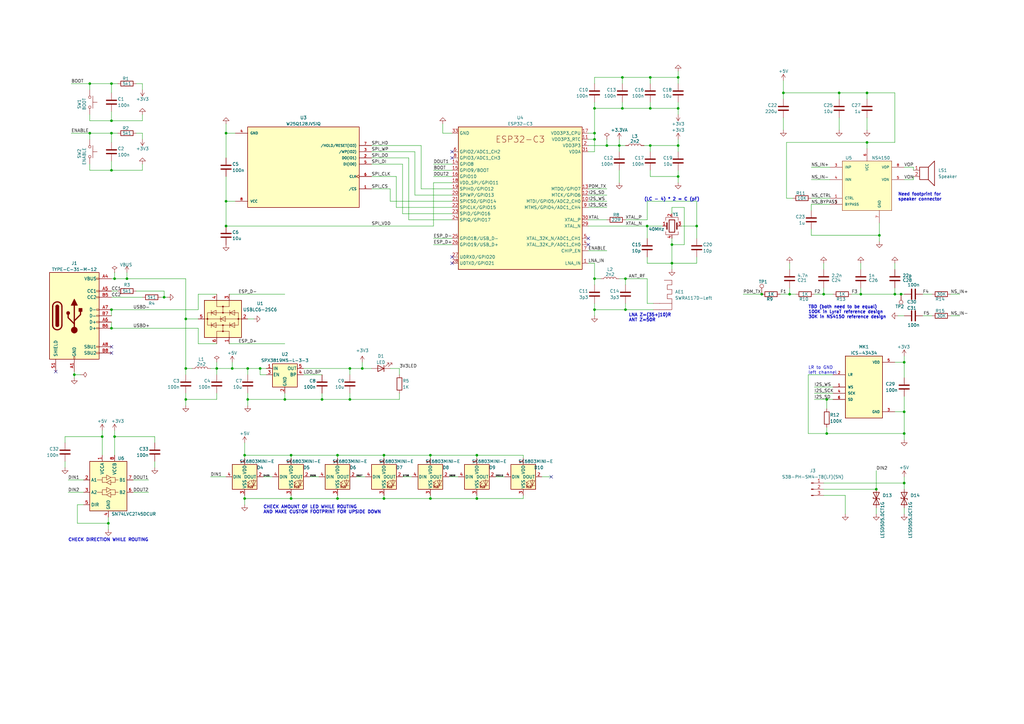
<source format=kicad_sch>
(kicad_sch (version 20231120) (generator "eeschema") (generator_version "8.0")
  (paper "A3")
  (title_block (title "Grogu Board") (date "2023-01-16") (rev "V1") (company "Malt Whiskey"))
  (junction (at 248.92 59.69))
  (junction (at 339.09 177.8))
  (junction (at 101.6 151.13))
  (junction (at 148.59 151.13))
  (junction (at 132.08 163.83))
  (junction (at 360.68 96.52))
  (junction (at 266.7 59.69))
  (junction (at 76.2 163.83))
  (junction (at 321.31 38.1))
  (junction (at 266.7 44.45))
  (junction (at 275.59 100.33))
  (junction (at 369.57 120.65))
  (junction (at 138.43 186.69))
  (junction (at 243.84 54.61))
  (junction (at 243.84 57.15))
  (junction (at 243.84 44.45))
  (junction (at 278.13 72.39))
  (junction (at 45.72 134.62))
  (junction (at 157.48 186.69))
  (junction (at 195.58 204.47))
  (junction (at 353.06 120.65))
  (junction (at 312.42 120.65))
  (junction (at 67.31 121.92))
  (junction (at 266.7 31.75))
  (junction (at 119.38 186.69))
  (junction (at 243.84 114.3))
  (junction (at 116.84 163.83))
  (junction (at 176.53 186.69))
  (junction (at 254 59.69))
  (junction (at 30.48 153.67))
  (junction (at 45.72 54.61))
  (junction (at 100.33 204.47))
  (junction (at 176.53 204.47))
  (junction (at 339.09 163.83))
  (junction (at 370.84 177.8))
  (junction (at 36.83 54.61))
  (junction (at 337.82 120.65))
  (junction (at 256.54 114.3))
  (junction (at 255.27 44.45))
  (junction (at 106.68 151.13))
  (junction (at 367.03 120.65))
  (junction (at 119.38 204.47))
  (junction (at 92.71 92.71))
  (junction (at 46.99 179.07))
  (junction (at 370.84 168.91))
  (junction (at 41.91 179.07))
  (junction (at 355.6 58.42))
  (junction (at 101.6 163.83))
  (junction (at 243.84 127))
  (junction (at 256.54 127))
  (junction (at 143.51 151.13))
  (junction (at 143.51 163.83))
  (junction (at 278.13 31.75))
  (junction (at 45.72 34.29))
  (junction (at 36.83 34.29))
  (junction (at 355.6 38.1))
  (junction (at 278.13 44.45))
  (junction (at 95.25 151.13))
  (junction (at 265.43 92.71))
  (junction (at 285.75 92.71))
  (junction (at 88.9 151.13))
  (junction (at 275.59 107.95))
  (junction (at 76.2 130.81))
  (junction (at 359.41 200.66))
  (junction (at 370.84 148.59))
  (junction (at 52.07 114.3))
  (junction (at 370.84 198.12))
  (junction (at 45.72 69.85))
  (junction (at 45.72 127))
  (junction (at 44.45 214.63))
  (junction (at 323.85 120.65))
  (junction (at 255.27 31.75))
  (junction (at 92.71 82.55))
  (junction (at 76.2 151.13))
  (junction (at 195.58 186.69))
  (junction (at 278.13 59.69))
  (junction (at 138.43 204.47))
  (junction (at 46.99 114.3))
  (junction (at 45.72 49.53))
  (junction (at 157.48 204.47))
  (junction (at 344.17 38.1))
  (junction (at 92.71 54.61))
  (junction (at 100.33 186.69))
  (no_connect (at 226.06 195.58))
  (no_connect (at 185.42 62.23))
  (no_connect (at 22.86 152.4))
  (no_connect (at 241.3 100.33))
  (no_connect (at 241.3 97.79))
  (no_connect (at 185.42 105.41))
  (no_connect (at 45.72 142.24))
  (no_connect (at 45.72 144.78))
  (no_connect (at 185.42 107.95))
  (no_connect (at 185.42 64.77))
  (wire (pts (xy 26.67 179.07) (xy 41.91 179.07)))
  (wire (pts (xy 58.42 34.29) (xy 58.42 36.83)))
  (wire (pts (xy 92.71 82.55) (xy 96.52 82.55)))
  (wire (pts (xy 81.28 140.97) (xy 81.28 134.62)))
  (wire (pts (xy 334.01 120.65) (xy 337.82 120.65)))
  (wire (pts (xy 124.46 153.67) (xy 132.08 153.67)))
  (wire (pts (xy 267.97 124.46) (xy 265.43 124.46)))
  (wire (pts (xy 241.3 85.09) (xy 248.92 85.09)))
  (wire (pts (xy 92.71 92.71) (xy 92.71 82.55)))
  (wire (pts (xy 119.38 186.69) (xy 138.43 186.69)))
  (wire (pts (xy 374.65 73.66) (xy 374.65 72.39)))
  (wire (pts (xy 88.9 140.97) (xy 81.28 140.97)))
  (wire (pts (xy 278.13 57.15) (xy 278.13 59.69)))
  (wire (pts (xy 54.61 196.85) (xy 60.96 196.85)))
  (wire (pts (xy 248.92 59.69) (xy 254 59.69)))
  (wire (pts (xy 344.17 38.1) (xy 355.6 38.1)))
  (wire (pts (xy 337.82 120.65) (xy 341.63 120.65)))
  (wire (pts (xy 243.84 114.3) (xy 246.38 114.3)))
  (wire (pts (xy 241.3 77.47) (xy 248.92 77.47)))
  (wire (pts (xy 177.8 97.79) (xy 185.42 97.79)))
  (wire (pts (xy 256.54 114.3) (xy 256.54 116.84)))
  (wire (pts (xy 214.63 187.96) (xy 214.63 186.69)))
  (wire (pts (xy 45.72 45.72) (xy 45.72 49.53)))
  (wire (pts (xy 167.64 64.77) (xy 167.64 90.17)))
  (wire (pts (xy 88.9 161.29) (xy 88.9 163.83)))
  (wire (pts (xy 88.9 151.13) (xy 95.25 151.13)))
  (wire (pts (xy 370.84 73.66) (xy 374.65 73.66)))
  (wire (pts (xy 389.89 120.65) (xy 393.7 120.65)))
  (wire (pts (xy 222.25 195.58) (xy 226.06 195.58)))
  (wire (pts (xy 339.09 175.26) (xy 339.09 177.8)))
  (wire (pts (xy 248.92 57.15) (xy 248.92 59.69)))
  (wire (pts (xy 45.72 132.08) (xy 45.72 134.62)))
  (wire (pts (xy 275.59 100.33) (xy 275.59 107.95)))
  (wire (pts (xy 107.95 195.58) (xy 111.76 195.58)))
  (wire (pts (xy 67.31 119.38) (xy 67.31 121.92)))
  (wire (pts (xy 337.82 110.49) (xy 337.82 107.95)))
  (wire (pts (xy 36.83 69.85) (xy 36.83 67.31)))
  (wire (pts (xy 195.58 203.2) (xy 195.58 204.47)))
  (wire (pts (xy 176.53 204.47) (xy 157.48 204.47)))
  (wire (pts (xy 143.51 151.13) (xy 143.51 153.67)))
  (wire (pts (xy 254 59.69) (xy 254 62.23)))
  (wire (pts (xy 355.6 48.26) (xy 355.6 53.34)))
  (wire (pts (xy 243.84 44.45) (xy 255.27 44.45)))
  (wire (pts (xy 86.36 195.58) (xy 92.71 195.58)))
  (wire (pts (xy 45.72 34.29) (xy 45.72 38.1)))
  (wire (pts (xy 58.42 46.99) (xy 58.42 49.53)))
  (wire (pts (xy 243.84 62.23) (xy 241.3 62.23)))
  (wire (pts (xy 58.42 49.53) (xy 45.72 49.53)))
  (wire (pts (xy 332.74 83.82) (xy 340.36 83.82)))
  (wire (pts (xy 76.2 130.81) (xy 76.2 151.13)))
  (wire (pts (xy 280.67 85.09) (xy 280.67 100.33)))
  (wire (pts (xy 152.4 67.31) (xy 165.1 67.31)))
  (wire (pts (xy 45.72 121.92) (xy 58.42 121.92)))
  (wire (pts (xy 331.47 177.8) (xy 339.09 177.8)))
  (wire (pts (xy 355.6 60.96) (xy 355.6 58.42)))
  (wire (pts (xy 36.83 49.53) (xy 36.83 46.99)))
  (wire (pts (xy 241.3 107.95) (xy 243.84 107.95)))
  (wire (pts (xy 46.99 179.07) (xy 46.99 186.69)))
  (wire (pts (xy 143.51 151.13) (xy 148.59 151.13)))
  (wire (pts (xy 101.6 151.13) (xy 106.68 151.13)))
  (wire (pts (xy 344.17 48.26) (xy 344.17 53.34)))
  (wire (pts (xy 92.71 54.61) (xy 96.52 54.61)))
  (wire (pts (xy 255.27 34.29) (xy 255.27 31.75)))
  (wire (pts (xy 334.01 163.83) (xy 339.09 163.83)))
  (wire (pts (xy 100.33 204.47) (xy 100.33 207.01)))
  (wire (pts (xy 256.54 114.3) (xy 265.43 114.3)))
  (wire (pts (xy 266.7 34.29) (xy 266.7 31.75)))
  (wire (pts (xy 165.1 195.58) (xy 168.91 195.58)))
  (wire (pts (xy 52.07 114.3) (xy 76.2 114.3)))
  (wire (pts (xy 45.72 34.29) (xy 48.26 34.29)))
  (wire (pts (xy 143.51 161.29) (xy 143.51 163.83)))
  (wire (pts (xy 138.43 186.69) (xy 157.48 186.69)))
  (wire (pts (xy 353.06 120.65) (xy 353.06 118.11)))
  (wire (pts (xy 266.7 72.39) (xy 278.13 72.39)))
  (wire (pts (xy 278.13 44.45) (xy 278.13 41.91)))
  (wire (pts (xy 266.7 69.85) (xy 266.7 72.39)))
  (wire (pts (xy 86.36 151.13) (xy 88.9 151.13)))
  (wire (pts (xy 322.58 58.42) (xy 322.58 81.28)))
  (wire (pts (xy 76.2 151.13) (xy 76.2 153.67)))
  (wire (pts (xy 243.84 107.95) (xy 243.84 114.3)))
  (wire (pts (xy 165.1 87.63) (xy 185.42 87.63)))
  (wire (pts (xy 243.84 44.45) (xy 243.84 54.61)))
  (wire (pts (xy 359.41 193.04) (xy 359.41 200.66)))
  (wire (pts (xy 177.8 92.71) (xy 92.71 92.71)))
  (wire (pts (xy 332.74 68.58) (xy 340.36 68.58)))
  (wire (pts (xy 241.3 82.55) (xy 248.92 82.55)))
  (wire (pts (xy 256.54 90.17) (xy 265.43 90.17)))
  (wire (pts (xy 76.2 163.83) (xy 88.9 163.83)))
  (wire (pts (xy 88.9 151.13) (xy 88.9 153.67)))
  (wire (pts (xy 152.4 62.23) (xy 170.18 62.23)))
  (wire (pts (xy 55.88 54.61) (xy 58.42 54.61)))
  (wire (pts (xy 243.84 57.15) (xy 243.84 62.23)))
  (wire (pts (xy 243.84 34.29) (xy 243.84 31.75)))
  (wire (pts (xy 63.5 189.23) (xy 63.5 191.77)))
  (wire (pts (xy 339.09 163.83) (xy 341.63 163.83)))
  (wire (pts (xy 157.48 186.69) (xy 176.53 186.69)))
  (wire (pts (xy 321.31 38.1) (xy 321.31 40.64)))
  (wire (pts (xy 389.89 129.54) (xy 393.7 129.54)))
  (wire (pts (xy 177.8 74.93) (xy 177.8 92.71)))
  (wire (pts (xy 241.3 57.15) (xy 243.84 57.15)))
  (wire (pts (xy 370.84 177.8) (xy 370.84 180.34)))
  (wire (pts (xy 31.75 207.01) (xy 31.75 214.63)))
  (wire (pts (xy 44.45 214.63) (xy 44.45 217.17)))
  (wire (pts (xy 374.65 68.58) (xy 374.65 69.85)))
  (wire (pts (xy 266.7 59.69) (xy 278.13 59.69)))
  (wire (pts (xy 323.85 110.49) (xy 323.85 107.95)))
  (wire (pts (xy 152.4 64.77) (xy 167.64 64.77)))
  (wire (pts (xy 355.6 38.1) (xy 367.03 38.1)))
  (wire (pts (xy 55.88 34.29) (xy 58.42 34.29)))
  (wire (pts (xy 359.41 208.28) (xy 359.41 210.82)))
  (wire (pts (xy 177.8 67.31) (xy 185.42 67.31)))
  (wire (pts (xy 152.4 77.47) (xy 160.02 77.47)))
  (wire (pts (xy 45.72 127) (xy 45.72 129.54)))
  (wire (pts (xy 76.2 163.83) (xy 76.2 166.37)))
  (wire (pts (xy 148.59 148.59) (xy 148.59 151.13)))
  (wire (pts (xy 109.22 153.67) (xy 106.68 153.67)))
  (wire (pts (xy 45.72 49.53) (xy 36.83 49.53)))
  (wire (pts (xy 119.38 203.2) (xy 119.38 204.47)))
  (wire (pts (xy 321.31 33.02) (xy 321.31 38.1)))
  (wire (pts (xy 256.54 127) (xy 267.97 127)))
  (wire (pts (xy 160.02 77.47) (xy 160.02 82.55)))
  (wire (pts (xy 243.84 54.61) (xy 243.84 57.15)))
  (wire (pts (xy 157.48 204.47) (xy 138.43 204.47)))
  (wire (pts (xy 367.03 120.65) (xy 369.57 120.65)))
  (wire (pts (xy 58.42 69.85) (xy 45.72 69.85)))
  (wire (pts (xy 101.6 161.29) (xy 101.6 163.83)))
  (wire (pts (xy 36.83 36.83) (xy 36.83 34.29)))
  (wire (pts (xy 95.25 151.13) (xy 101.6 151.13)))
  (wire (pts (xy 45.72 66.04) (xy 45.72 69.85)))
  (wire (pts (xy 321.31 48.26) (xy 321.31 53.34)))
  (wire (pts (xy 265.43 107.95) (xy 275.59 107.95)))
  (wire (pts (xy 320.04 120.65) (xy 323.85 120.65)))
  (wire (pts (xy 243.84 41.91) (xy 243.84 44.45)))
  (wire (pts (xy 353.06 110.49) (xy 353.06 107.95)))
  (wire (pts (xy 176.53 186.69) (xy 195.58 186.69)))
  (wire (pts (xy 370.84 148.59) (xy 370.84 154.94)))
  (wire (pts (xy 100.33 203.2) (xy 100.33 204.47)))
  (wire (pts (xy 93.98 120.65) (xy 116.84 120.65)))
  (wire (pts (xy 101.6 151.13) (xy 101.6 153.67)))
  (wire (pts (xy 322.58 81.28) (xy 325.12 81.28)))
  (wire (pts (xy 58.42 67.31) (xy 58.42 69.85)))
  (wire (pts (xy 46.99 111.76) (xy 46.99 114.3)))
  (wire (pts (xy 337.82 203.2) (xy 346.71 203.2)))
  (wire (pts (xy 254 59.69) (xy 256.54 59.69)))
  (wire (pts (xy 243.84 114.3) (xy 243.84 116.84)))
  (wire (pts (xy 339.09 163.83) (xy 339.09 167.64)))
  (wire (pts (xy 67.31 121.92) (xy 68.58 121.92)))
  (wire (pts (xy 243.84 124.46) (xy 243.84 127)))
  (wire (pts (xy 271.78 92.71) (xy 265.43 92.71)))
  (wire (pts (xy 278.13 46.99) (xy 278.13 44.45)))
  (wire (pts (xy 95.25 148.59) (xy 95.25 151.13)))
  (wire (pts (xy 264.16 59.69) (xy 266.7 59.69)))
  (wire (pts (xy 148.59 151.13) (xy 152.4 151.13)))
  (wire (pts (xy 81.28 120.65) (xy 81.28 127)))
  (wire (pts (xy 170.18 62.23) (xy 170.18 80.01)))
  (wire (pts (xy 266.7 44.45) (xy 266.7 41.91)))
  (wire (pts (xy 241.3 92.71) (xy 265.43 92.71)))
  (wire (pts (xy 254 57.15) (xy 254 59.69)))
  (wire (pts (xy 378.46 129.54) (xy 382.27 129.54)))
  (wire (pts (xy 76.2 161.29) (xy 76.2 163.83)))
  (wire (pts (xy 127 195.58) (xy 130.81 195.58)))
  (wire (pts (xy 55.88 119.38) (xy 67.31 119.38)))
  (wire (pts (xy 45.72 114.3) (xy 46.99 114.3)))
  (wire (pts (xy 176.53 203.2) (xy 176.53 204.47)))
  (wire (pts (xy 54.61 201.93) (xy 60.96 201.93)))
  (wire (pts (xy 241.3 90.17) (xy 248.92 90.17)))
  (wire (pts (xy 132.08 163.83) (xy 116.84 163.83)))
  (wire (pts (xy 167.64 90.17) (xy 185.42 90.17)))
  (wire (pts (xy 157.48 203.2) (xy 157.48 204.47)))
  (wire (pts (xy 181.61 54.61) (xy 185.42 54.61)))
  (wire (pts (xy 27.94 196.85) (xy 34.29 196.85)))
  (wire (pts (xy 100.33 186.69) (xy 119.38 186.69)))
  (wire (pts (xy 119.38 187.96) (xy 119.38 186.69)))
  (wire (pts (xy 360.68 91.44) (xy 360.68 96.52)))
  (wire (pts (xy 31.75 214.63) (xy 44.45 214.63)))
  (wire (pts (xy 344.17 40.64) (xy 344.17 38.1)))
  (wire (pts (xy 334.01 161.29) (xy 341.63 161.29)))
  (wire (pts (xy 138.43 203.2) (xy 138.43 204.47)))
  (wire (pts (xy 369.57 120.65) (xy 370.84 120.65)))
  (wire (pts (xy 45.72 119.38) (xy 48.26 119.38)))
  (wire (pts (xy 275.59 107.95) (xy 275.59 110.49)))
  (wire (pts (xy 278.13 31.75) (xy 278.13 34.29)))
  (wire (pts (xy 370.84 208.28) (xy 370.84 210.82)))
  (wire (pts (xy 255.27 44.45) (xy 266.7 44.45)))
  (wire (pts (xy 119.38 204.47) (xy 100.33 204.47)))
  (wire (pts (xy 45.72 134.62) (xy 81.28 134.62)))
  (wire (pts (xy 101.6 163.83) (xy 101.6 166.37)))
  (wire (pts (xy 106.68 151.13) (xy 109.22 151.13)))
  (wire (pts (xy 30.48 153.67) (xy 33.02 153.67)))
  (wire (pts (xy 367.03 58.42) (xy 355.6 58.42)))
  (wire (pts (xy 278.13 31.75) (xy 278.13 29.21)))
  (wire (pts (xy 304.8 120.65) (xy 312.42 120.65)))
  (wire (pts (xy 370.84 162.56) (xy 370.84 168.91)))
  (wire (pts (xy 66.04 121.92) (xy 67.31 121.92)))
  (wire (pts (xy 355.6 40.64) (xy 355.6 38.1)))
  (wire (pts (xy 203.2 195.58) (xy 207.01 195.58)))
  (wire (pts (xy 331.47 153.67) (xy 341.63 153.67)))
  (wire (pts (xy 337.82 120.65) (xy 337.82 118.11)))
  (wire (pts (xy 255.27 31.75) (xy 266.7 31.75)))
  (wire (pts (xy 63.5 179.07) (xy 63.5 181.61)))
  (wire (pts (xy 367.03 120.65) (xy 367.03 118.11)))
  (wire (pts (xy 323.85 120.65) (xy 326.39 120.65)))
  (wire (pts (xy 367.03 148.59) (xy 370.84 148.59)))
  (wire (pts (xy 279.4 92.71) (xy 285.75 92.71)))
  (wire (pts (xy 275.59 85.09) (xy 280.67 85.09)))
  (wire (pts (xy 243.84 31.75) (xy 255.27 31.75)))
  (wire (pts (xy 162.56 72.39) (xy 162.56 85.09)))
  (wire (pts (xy 132.08 161.29) (xy 132.08 163.83)))
  (wire (pts (xy 46.99 176.53) (xy 46.99 179.07)))
  (wire (pts (xy 367.03 110.49) (xy 367.03 107.95)))
  (wire (pts (xy 163.83 163.83) (xy 143.51 163.83)))
  (wire (pts (xy 266.7 59.69) (xy 266.7 62.23)))
  (wire (pts (xy 275.59 107.95) (xy 285.75 107.95)))
  (wire (pts (xy 265.43 90.17) (xy 265.43 82.55)))
  (wire (pts (xy 41.91 176.53) (xy 41.91 179.07)))
  (wire (pts (xy 278.13 72.39) (xy 278.13 69.85)))
  (wire (pts (xy 100.33 181.61) (xy 100.33 186.69)))
  (wire (pts (xy 266.7 31.75) (xy 278.13 31.75)))
  (wire (pts (xy 370.84 68.58) (xy 374.65 68.58)))
  (wire (pts (xy 349.25 120.65) (xy 353.06 120.65)))
  (wire (pts (xy 285.75 105.41) (xy 285.75 107.95)))
  (wire (pts (xy 332.74 83.82) (xy 332.74 86.36)))
  (wire (pts (xy 275.59 87.63) (xy 275.59 85.09)))
  (wire (pts (xy 138.43 204.47) (xy 119.38 204.47)))
  (wire (pts (xy 280.67 100.33) (xy 275.59 100.33)))
  (wire (pts (xy 370.84 146.05) (xy 370.84 148.59)))
  (wire (pts (xy 265.43 92.71) (xy 265.43 97.79)))
  (wire (pts (xy 170.18 80.01) (xy 185.42 80.01)))
  (wire (pts (xy 241.3 80.01) (xy 248.92 80.01)))
  (wire (pts (xy 275.59 100.33) (xy 275.59 97.79)))
  (wire (pts (xy 332.74 81.28) (xy 340.36 81.28)))
  (wire (pts (xy 124.46 151.13) (xy 143.51 151.13)))
  (wire (pts (xy 285.75 92.71) (xy 285.75 97.79)))
  (wire (pts (xy 88.9 120.65) (xy 81.28 120.65)))
  (wire (pts (xy 172.72 59.69) (xy 172.72 77.47)))
  (wire (pts (xy 45.72 127) (xy 81.28 127)))
  (wire (pts (xy 36.83 54.61) (xy 45.72 54.61)))
  (wire (pts (xy 367.03 168.91) (xy 370.84 168.91)))
  (wire (pts (xy 106.68 153.67) (xy 106.68 151.13)))
  (wire (pts (xy 45.72 54.61) (xy 45.72 58.42)))
  (wire (pts (xy 331.47 153.67) (xy 331.47 177.8)))
  (wire (pts (xy 285.75 82.55) (xy 285.75 92.71)))
  (wire (pts (xy 360.68 96.52) (xy 360.68 99.06)))
  (wire (pts (xy 92.71 50.8) (xy 92.71 54.61)))
  (wire (pts (xy 184.15 195.58) (xy 187.96 195.58)))
  (wire (pts (xy 30.48 152.4) (xy 30.48 153.67)))
  (wire (pts (xy 160.02 82.55) (xy 185.42 82.55)))
  (wire (pts (xy 265.43 82.55) (xy 285.75 82.55)))
  (wire (pts (xy 30.48 153.67) (xy 30.48 154.94)))
  (wire (pts (xy 332.74 96.52) (xy 360.68 96.52)))
  (wire (pts (xy 58.42 54.61) (xy 58.42 57.15)))
  (wire (pts (xy 195.58 186.69) (xy 214.63 186.69)))
  (wire (pts (xy 278.13 72.39) (xy 278.13 74.93)))
  (wire (pts (xy 185.42 74.93) (xy 177.8 74.93)))
  (wire (pts (xy 63.5 179.07) (xy 46.99 179.07)))
  (wire (pts (xy 26.67 181.61) (xy 26.67 179.07)))
  (wire (pts (xy 34.29 207.01) (xy 31.75 207.01)))
  (wire (pts (xy 162.56 85.09) (xy 185.42 85.09)))
  (wire (pts (xy 146.05 195.58) (xy 149.86 195.58)))
  (wire (pts (xy 367.03 38.1) (xy 367.03 58.42)))
  (wire (pts (xy 323.85 120.65) (xy 323.85 118.11)))
  (wire (pts (xy 76.2 114.3) (xy 76.2 130.81)))
  (wire (pts (xy 152.4 59.69) (xy 172.72 59.69)))
  (wire (pts (xy 163.83 161.29) (xy 163.83 163.83)))
  (wire (pts (xy 29.21 54.61) (xy 36.83 54.61)))
  (wire (pts (xy 265.43 124.46) (xy 265.43 114.3)))
  (wire (pts (xy 337.82 198.12) (xy 370.84 198.12)))
  (wire (pts (xy 29.21 34.29) (xy 36.83 34.29)))
  (wire (pts (xy 241.3 54.61) (xy 243.84 54.61)))
  (wire (pts (xy 27.94 201.93) (xy 34.29 201.93)))
  (wire (pts (xy 243.84 127) (xy 243.84 129.54)))
  (wire (pts (xy 92.71 72.39) (xy 92.71 82.55)))
  (wire (pts (xy 243.84 127) (xy 256.54 127)))
  (wire (pts (xy 26.67 189.23) (xy 26.67 191.77)))
  (wire (pts (xy 177.8 69.85) (xy 185.42 69.85)))
  (wire (pts (xy 254 69.85) (xy 254 74.93)))
  (wire (pts (xy 41.91 179.07) (xy 41.91 186.69)))
  (wire (pts (xy 46.99 114.3) (xy 52.07 114.3)))
  (wire (pts (xy 370.84 195.58) (xy 370.84 198.12)))
  (wire (pts (xy 370.84 200.66) (xy 370.84 198.12)))
  (wire (pts (xy 52.07 111.76) (xy 52.07 114.3)))
  (wire (pts (xy 181.61 50.8) (xy 181.61 54.61)))
  (wire (pts (xy 172.72 77.47) (xy 185.42 77.47)))
  (wire (pts (xy 265.43 105.41) (xy 265.43 107.95)))
  (wire (pts (xy 36.83 34.29) (xy 45.72 34.29)))
  (wire (pts (xy 321.31 38.1) (xy 344.17 38.1)))
  (wire (pts (xy 266.7 44.45) (xy 278.13 44.45)))
  (wire (pts (xy 165.1 67.31) (xy 165.1 87.63)))
  (wire (pts (xy 278.13 59.69) (xy 278.13 62.23)))
  (wire (pts (xy 177.8 100.33) (xy 185.42 100.33)))
  (wire (pts (xy 143.51 163.83) (xy 132.08 163.83)))
  (wire (pts (xy 36.83 57.15) (xy 36.83 54.61)))
  (wire (pts (xy 332.74 73.66) (xy 340.36 73.66)))
  (wire (pts (xy 256.54 124.46) (xy 256.54 127)))
  (wire (pts (xy 214.63 203.2) (xy 214.63 204.47)))
  (wire (pts (xy 214.63 204.47) (xy 195.58 204.47)))
  (wire (pts (xy 254 114.3) (xy 256.54 114.3)))
  (wire (pts (xy 45.72 54.61) (xy 48.26 54.61)))
  (wire (pts (xy 353.06 120.65) (xy 367.03 120.65)))
  (wire (pts (xy 241.3 59.69) (xy 248.92 59.69)))
  (wire (pts (xy 160.02 151.13) (xy 163.83 151.13)))
  (wire (pts (xy 93.98 140.97) (xy 116.84 140.97)))
  (wire (pts (xy 339.09 177.8) (xy 370.84 177.8)))
  (wire (pts (xy 138.43 187.96) (xy 138.43 186.69)))
  (wire (pts (xy 368.3 129.54) (xy 370.84 129.54)))
  (wire (pts (xy 88.9 148.59) (xy 88.9 151.13)))
  (wire (pts (xy 152.4 72.39) (xy 162.56 72.39)))
  (wire (pts (xy 337.82 200.66) (xy 359.41 200.66)))
  (wire (pts (xy 378.46 120.65) (xy 382.27 120.65)))
  (wire (pts (xy 157.48 187.96) (xy 157.48 186.69)))
  (wire (pts (xy 44.45 214.63) (xy 44.45 212.09)))
  (wire (pts (xy 92.71 54.61) (xy 92.71 64.77)))
  (wire (pts (xy 195.58 204.47) (xy 176.53 204.47)))
  (wire (pts (xy 45.72 69.85) (xy 36.83 69.85)))
  (wire (pts (xy 370.84 168.91) (xy 370.84 177.8)))
  (wire (pts (xy 101.6 130.81) (xy 104.14 130.81)))
  (wire (pts (xy 322.58 58.42) (xy 355.6 58.42)))
  (wire (pts (xy 116.84 161.29) (xy 116.84 163.83)))
  (wire (pts (xy 241.3 102.87) (xy 248.92 102.87)))
  (wire (pts (xy 76.2 130.81) (xy 81.28 130.81)))
  (wire (pts (xy 163.83 151.13) (xy 163.83 153.67)))
  (wire (pts (xy 76.2 151.13) (xy 78.74 151.13)))
  (wire (pts (xy 255.27 44.45) (xy 255.27 41.91)))
  (wire (pts (xy 346.71 203.2) (xy 346.71 210.82)))
  (wire (pts (xy 116.84 163.83) (xy 101.6 163.83)))
  (wire (pts (xy 177.8 72.39) (xy 185.42 72.39)))
  (wire (pts (xy 334.01 158.75) (xy 341.63 158.75)))
  (wire (pts (xy 176.53 187.96) (xy 176.53 186.69)))
  (wire (pts (xy 332.74 93.98) (xy 332.74 96.52)))
  (wire (pts (xy 100.33 186.69) (xy 100.33 187.96)))
  (wire (pts (xy 195.58 187.96) (xy 195.58 186.69)))
  (text "TBD (both need to be equal)\n100K in LyraT reference design\n30K in NS4150 reference design" (at 331.47 130.81 0) (effects (font (size 1.27 1.27) (thickness 0.254) (bold yes)) (justify left bottom)))
  (text "CHECK DIRECTION WHILE ROUTING\n" (at 27.94 222.25 0) (effects (font (size 1.27 1.27) (thickness 0.254) (bold yes)) (justify left bottom)))
  (text "(LC - 4) * 2 = C (pF)" (at 264.16 82.55 0) (effects (font (size 1.27 1.27) (thickness 0.254) (bold yes)) (justify left bottom)))
  (text "CHECK AMOUNT OF LED WHILE ROUTING\nAND MAKE CUSTOM FOOTPRINT FOR UPSIDE DOWN" (at 107.95 210.82 0) (effects (font (size 1.27 1.27) (bold yes)) (justify left bottom)))
  (text "Need footprint for\nspeaker connector" (at 368.3 82.55 0) (effects (font (size 1.27 1.27) (thickness 0.254) (bold yes)) (justify left bottom)))
  (text "LNA Z=(35+j10)R\nANT Z=50R" (at 257.81 132.08 0) (effects (font (size 1.27 1.27) (thickness 0.254) (bold yes)) (justify left bottom)))
  (text "LR to GND\nleft channel" (at 331.47 153.67 0) (effects (font (size 1.27 1.27)) (justify left bottom)))
  (label "CC2" (at 45.72 121.92 0))
  (label "VON" (at 370.84 73.66 0))
  (label "D4D5" (at 107.95 195.58 0) (effects (font (size 0.635 0.635))))
  (label "DOUT1" (at 177.8 67.31 0))
  (label "D6D7" (at 146.05 195.58 0) (effects (font (size 0.635 0.635))))
  (label "DOUT1" (at 54.61 196.85 0))
  (label "XTAL_N" (at 256.54 92.71 0))
  (label "I2S_WS" (at 334.01 158.75 0))
  (label "DIN1" (at 86.36 195.58 0))
  (label "ESP_D-" (at 177.8 97.79 0))
  (label "NS_IN-" (at 389.89 129.54 0))
  (label "USBD-" (at 54.61 127 0))
  (label "F5" (at 378.7299 129.54 0))
  (label "I2S_SD" (at 334.01 163.83 0))
  (label "CC1" (at 45.72 119.38 0))
  (label "ENABLE" (at 29.21 54.61 0))
  (label "USBD+" (at 54.61 134.62 0))
  (label "I2S_SCK" (at 241.3 85.09 0))
  (label "SPI_CS" (at 152.4 77.47 0))
  (label "ANT_RF" (at 257.81 114.3 0))
  (label "F4" (at 378.46 120.65 0))
  (label "SPI_WP" (at 152.4 62.23 0))
  (label "SPI_CLK" (at 152.4 72.39 0))
  (label "PDM_TX" (at 304.8 120.65 0))
  (label "D7D8" (at 165.1 195.58 0) (effects (font (size 0.635 0.635))))
  (label "XTAL_P" (at 256.54 90.17 0))
  (label "SPI_DI" (at 152.4 67.31 0))
  (label "D9D10" (at 203.2 195.58 0) (effects (font (size 0.635 0.635))))
  (label "ESP_D+" (at 97.79 140.97 0))
  (label "NS_BYPASS" (at 332.74 83.82 0))
  (label "NS_IN+" (at 332.74 68.58 0))
  (label "DOUT2" (at 177.8 72.39 0))
  (label "DOUT2" (at 54.61 201.93 0))
  (label "NS_IN+" (at 389.89 120.65 0))
  (label "NS_CTRL" (at 332.74 81.28 0))
  (label "D8D9" (at 184.15 195.58 0) (effects (font (size 0.635 0.635))))
  (label "VOP" (at 370.84 68.58 0))
  (label "ENABLE" (at 241.3 102.87 0))
  (label "ESP_D-" (at 97.79 120.65 0))
  (label "ESP_D+" (at 177.8 100.33 0))
  (label "I2S_SCK" (at 334.01 161.29 0))
  (label "SPI_DO" (at 152.4 64.77 0))
  (label "LDO_BP" (at 124.46 153.67 0))
  (label "D5D6" (at 127 195.58 0) (effects (font (size 0.635 0.635))))
  (label "F2" (at 334.01 120.65 0))
  (label "I2S_SD" (at 241.3 80.01 0))
  (label "DIN2" (at 359.41 193.04 0))
  (label "DIN1" (at 27.94 196.85 0))
  (label "BOOT" (at 29.21 34.29 0))
  (label "F3" (at 349.25 120.65 0))
  (label "NS_IN-" (at 332.74 73.66 0))
  (label "BOOT" (at 177.8 69.85 0))
  (label "SPI_HD" (at 152.4 59.69 0))
  (label "SPI_VDD" (at 152.4 92.71 0))
  (label "DIN2" (at 27.94 201.93 0))
  (label "PDM_TX" (at 241.3 77.47 0))
  (label "XTAL" (at 241.3 90.17 0))
  (label "LNA_IN" (at 241.3 107.95 0))
  (label "3V3LED" (at 163.83 151.13 0))
  (label "F1" (at 320.04 120.65 0))
  (label "I2S_WS" (at 241.3 82.55 0))
  (symbol (lib_id "power:+5V") (at 100.33 181.61 0) (unit 1)
    (property "Reference" "#PWR040" (effects (hide yes)))
    (property "Value" "+5V" (at 100.33 177.8 0))
  )
  (symbol (lib_id "Device:D_TVS") (at 370.84 204.47 270) (unit 1)
    (property "Reference" "D14" (at 373.38 203.1999 90) (effects (justify left)))
    (property "Value" "LESD5D5.0CT1G" (at 373.38 205.7399 0) (effects (justify left)))
    (property "Footprint" "Diode_SMD:D_SOD-523" (effects (hide yes)))
    (property "Datasheet" "https://www.lcsc.com/product-detail/ESD-Protection-Devices_LRC-LESD5D5-0CT1G_C383211.html" (effects (hide yes)))
    (property "PART#" "C383211" (effects (hide yes)))
    (property "SUPPLIER" "LCSC" (effects (hide yes)))
  )
  (symbol (lib_id "power:GND") (at 76.2 166.37 0) (mirror y) (unit 1)
    (property "Reference" "#PWR08" (effects (hide yes)))
    (property "Value" "GND" (effects (hide yes)))
  )
  (symbol (lib_id "power:GND") (at 275.59 110.49 0) (mirror y) (unit 1)
    (property "Reference" "#PWR018" (effects (hide yes)))
    (property "Value" "GND" (effects (hide yes)))
  )
  (symbol (lib_id "Connector:TestPoint") (at 369.57 120.65 180) (unit 1)
    (property "Reference" "TP2" (at 370.84 125.73 0) (effects (justify left)))
    (property "Value" "TestPoint" (effects (hide yes)))
    (property "Footprint" "TestPoint:TestPoint_Pad_1.5x1.5mm" (effects (hide yes)))
  )
  (symbol (lib_id "Device:C") (at 255.27 38.1 180) (unit 1)
    (property "Reference" "C13" (at 252.73 36.83 0) (effects (justify left)))
    (property "Value" "100n" (at 252.73 39.37 0) (effects (justify left)))
    (property "Footprint" "Capacitor_SMD:C_0402_1005Metric" (effects (hide yes)))
    (property "Datasheet" "https://www.lcsc.com/product-detail/Multilayer-Ceramic-Capacitors-MLCC-SMD-SMT_Samsung-Electro-Mechanics-CL05B104KO5NNNC_C1525.html" (effects (hide yes)))
    (property "PART#" "C1525" (effects (hide yes)))
    (property "SUPPLIER" "LCSC" (effects (hide yes)))
  )
  (symbol (lib_id "Device:C") (at 63.5 185.42 0) (mirror y) (unit 1)
    (property "Reference" "C33" (at 60.96 184.15 0) (effects (justify left)))
    (property "Value" "100n" (at 60.96 186.69 0) (effects (justify left)))
    (property "Footprint" "Capacitor_SMD:C_0402_1005Metric" (effects (hide yes)))
    (property "Datasheet" "https://www.lcsc.com/product-detail/Multilayer-Ceramic-Capacitors-MLCC-SMD-SMT_Samsung-Electro-Mechanics-CL05B104KO5NNNC_C1525.html" (effects (hide yes)))
    (property "PART#" "C1525" (effects (hide yes)))
    (property "SUPPLIER" "LCSC" (effects (hide yes)))
  )
  (symbol (lib_id "Device:C") (at 132.08 157.48 0) (mirror y) (unit 1)
    (property "Reference" "C8" (at 129.54 156.21 0) (effects (justify left)))
    (property "Value" "100n" (at 129.54 158.75 0) (effects (justify left)))
    (property "Footprint" "Capacitor_SMD:C_0402_1005Metric" (effects (hide yes)))
    (property "Datasheet" "https://www.lcsc.com/product-detail/Multilayer-Ceramic-Capacitors-MLCC-SMD-SMT_Samsung-Electro-Mechanics-CL05B104KO5NNNC_C1525.html" (effects (hide yes)))
    (property "PART#" "C1525" (effects (hide yes)))
    (property "SUPPLIER" "LCSC" (effects (hide yes)))
  )
  (symbol (lib_id "power:GND") (at 104.14 130.81 90) (unit 1)
    (property "Reference" "#PWR012" (effects (hide yes)))
    (property "Value" "GND" (effects (hide yes)))
  )
  (symbol (lib_id "power:+3V3") (at 278.13 57.15 0) (unit 1)
    (property "Reference" "#PWR021" (effects (hide yes)))
    (property "Value" "+3V3" (at 278.13 53.34 0))
  )
  (symbol (lib_id "power:+5V") (at 321.31 33.02 0) (unit 1)
    (property "Reference" "#PWR046" (effects (hide yes)))
    (property "Value" "+5V" (at 321.31 29.21 0))
  )
  (symbol (lib_id "Device:R") (at 252.73 90.17 90) (unit 1)
    (property "Reference" "R8" (at 252.73 88.138 90))
    (property "Value" "22R" (at 252.73 90.17 90))
    (property "Footprint" "Resistor_SMD:R_0402_1005Metric" (effects (hide yes)))
    (property "Datasheet" "https://www.lcsc.com/product-detail/Chip-Resistor-Surface-Mount_UNI-ROYAL-Uniroyal-Elec-0402WGF220JTCE_C25092.html" (effects (hide yes)))
    (property "SUPPLIER" "LCSC" (effects (hide yes)))
    (property "PART#" "C25092" (effects (hide yes)))
  )
  (symbol (lib_id "Device:C") (at 266.7 38.1 180) (unit 1)
    (property "Reference" "C16" (at 264.16 36.83 0) (effects (justify left)))
    (property "Value" "100n" (at 264.16 39.37 0) (effects (justify left)))
    (property "Footprint" "Capacitor_SMD:C_0402_1005Metric" (effects (hide yes)))
    (property "Datasheet" "https://www.lcsc.com/product-detail/Multilayer-Ceramic-Capacitors-MLCC-SMD-SMT_Samsung-Electro-Mechanics-CL05B104KO5NNNC_C1525.html" (effects (hide yes)))
    (property "PART#" "C1525" (effects (hide yes)))
    (property "SUPPLIER" "LCSC" (effects (hide yes)))
  )
  (symbol (lib_id "Device:R") (at 339.09 171.45 0) (unit 1)
    (property "Reference" "R12" (at 340.36 170.18 0) (effects (justify left)))
    (property "Value" "100K" (at 340.36 172.72 0) (effects (justify left)))
    (property "Footprint" "Resistor_SMD:R_0402_1005Metric" (effects (hide yes)))
    (property "Datasheet" "https://www.lcsc.com/product-detail/Chip-Resistor-Surface-Mount_UNI-ROYAL-Uniroyal-Elec-0402WGF1001TCE_C11702.html" (effects (hide yes)))
    (property "SUPPLIER" "LCSC" (effects (hide yes)))
    (property "PART#" "C11702" (effects (hide yes)))
  )
  (symbol (lib_id "Device:LED") (at 156.21 151.13 180) (unit 1)
    (property "Reference" "D1" (at 156.21 146.05 0))
    (property "Value" "LED" (at 156.21 148.59 0))
    (property "Footprint" "LED_SMD:LED_0805_2012Metric" (effects (hide yes)))
    (property "Datasheet" "https://www.lcsc.com/product-detail/Light-Emitting-Diodes-LED_Foshan-NationStar-Optoelectronics-NCD0805G1_C84260.html" (effects (hide yes)))
    (property "PART#" "C84260" (effects (hide yes)))
    (property "SUPPLIER" "LCSC" (effects (hide yes)))
  )
  (symbol (lib_id "power:GND") (at 323.85 107.95 0) (mirror x) (unit 1)
    (property "Reference" "#PWR023" (effects (hide yes)))
    (property "Value" "GND" (effects (hide yes)))
  )
  (symbol (lib_id "Device:R") (at 52.07 119.38 90) (unit 1)
    (property "Reference" "R3" (at 52.07 116.84 90))
    (property "Value" "5k1" (at 52.07 119.38 90))
    (property "Footprint" "Resistor_SMD:R_0402_1005Metric" (effects (hide yes)))
    (property "Datasheet" "https://www.lcsc.com/product-detail/Chip-Resistor-Surface-Mount_YAGEO-RC0402JR-075K1L_C105873.html" (effects (hide yes)))
    (property "SUPPLIER" "LCSC" (effects (hide yes)))
    (property "PART#" "C105873" (effects (hide yes)))
  )
  (symbol (lib_id "Device:D_TVS") (at 359.41 204.47 270) (unit 1)
    (property "Reference" "D13" (at 361.95 203.1999 90) (effects (justify left)))
    (property "Value" "LESD5D5.0CT1G" (at 361.95 205.7399 0) (effects (justify left)))
    (property "Footprint" "Diode_SMD:D_SOD-523" (effects (hide yes)))
    (property "Datasheet" "https://www.lcsc.com/product-detail/ESD-Protection-Devices_LRC-LESD5D5-0CT1G_C383211.html" (effects (hide yes)))
    (property "PART#" "C383211" (effects (hide yes)))
    (property "SUPPLIER" "LCSC" (effects (hide yes)))
  )
  (symbol (lib_id "Device:C") (at 353.06 114.3 0) (mirror y) (unit 1)
    (property "Reference" "C26" (at 356.235 114.935 0) (effects (justify right)))
    (property "Value" "1n" (at 356.235 113.03 0) (effects (justify right)))
    (property "Footprint" "Capacitor_SMD:C_0402_1005Metric" (effects (hide yes)))
    (property "Datasheet" "https://www.lcsc.com/product-detail/Multilayer-Ceramic-Capacitors-MLCC-SMD-SMT_YAGEO-CC0402KRX7R9BB102_C106205.html" (effects (hide yes)))
    (property "SUPPLIER" "LCSC" (effects (hide yes)))
    (property "PART#" "C106205" (effects (hide yes)))
  )
  (symbol (lib_id "LED:WS2812B") (at 195.58 195.58 0) (unit 1)
    (property "Reference" "D9" (at 201.93 191.77 0))
    (property "Value" "SK6803MINI-E" (at 200.66 189.23 0))
    (property "Footprint" "LED_SMD:LED_SK6812MINI_PLCC4_3.5x3.5mm_P1.75mm" (effects (hide yes)))
    (property "Datasheet" "http://www.normandled.com/upload/202207/SK6803MINI-E%20LED%20Datasheet.pdf" (effects (hide yes)))
    (property "SUPPLIER" "AliExpress" (effects (hide yes)))
    (property "PART#" "SK6803MINI-E" (effects (hide yes)))
  )
  (symbol (lib_id "Regulator_Linear:SPX3819M5-L-3-3") (at 116.84 153.67 0) (unit 1)
    (property "Reference" "U2" (at 116.84 145.288 0))
    (property "Value" "SPX3819M5-L-3-3" (at 116.84 147.828 0))
    (property "Footprint" "Package_TO_SOT_SMD:SOT-23-5" (effects (hide yes)))
    (property "Datasheet" "https://www.lcsc.com/product-detail/Linear-Voltage-Regulators-LDO_MaxLinear-SPX3819M5-L-3-3-TR_C9055.html" (effects (hide yes)))
    (property "PART#" "C9055" (effects (hide yes)))
    (property "SUPPLIER" "LCSC" (effects (hide yes)))
  )
  (symbol (lib_id "power:GND") (at 58.42 46.99 180) (unit 1)
    (property "Reference" "#PWR04" (effects (hide yes)))
    (property "Value" "GND" (effects (hide yes)))
  )
  (symbol (lib_id "power:GND") (at 26.67 191.77 0) (unit 1)
    (property "Reference" "#PWR035" (effects (hide yes)))
    (property "Value" "GND" (effects (hide yes)))
  )
  (symbol (lib_id "Device:C") (at 332.74 90.17 180) (unit 1)
    (property "Reference" "C23" (at 330.2 88.9 0) (effects (justify left)))
    (property "Value" "1u" (at 330.2 91.44 0) (effects (justify left)))
    (property "Footprint" "Capacitor_SMD:C_0805_2012Metric" (effects (hide yes)))
    (property "Datasheet" "https://jlcpcb.com/partdetail/29074-CL21B105KBFNNNE/C28323" (effects (hide yes)))
    (property "PART#" "C15849" (effects (hide yes)))
    (property "SUPPLIER" "LCSC" (effects (hide yes)))
  )
  (symbol (lib_id "Device:L") (at 82.55 151.13 90) (unit 1)
    (property "Reference" "L1" (at 82.55 147.32 90))
    (property "Value" "2n2" (at 82.55 149.352 90))
    (property "Footprint" "Inductor_SMD:L_0402_1005Metric" (effects (hide yes)))
    (property "Datasheet" "https://www.lcsc.com/product-detail/Inductors-SMD_Murata-Electronics-LQW15AN2N2G80D_C412264.html" (effects (hide yes)))
    (property "SUPPLIER" "LCSC" (effects (hide yes)))
    (property "PART#" "C412264" (effects (hide yes)))
  )
  (symbol (lib_id "LED:WS2812B") (at 100.33 195.58 0) (unit 1)
    (property "Reference" "D4" (at 106.68 191.77 0))
    (property "Value" "SK6803MINI-E" (at 105.41 189.23 0))
    (property "Footprint" "LED_SMD:LED_SK6812MINI_PLCC4_3.5x3.5mm_P1.75mm" (effects (hide yes)))
    (property "Datasheet" "http://www.normandled.com/upload/202207/SK6803MINI-E%20LED%20Datasheet.pdf" (effects (hide yes)))
    (property "SUPPLIER" "AliExpress" (effects (hide yes)))
    (property "PART#" "SK6803MINI-E" (effects (hide yes)))
  )
  (symbol (lib_id "power:+5V") (at 95.25 148.59 0) (unit 1)
    (property "Reference" "#PWR038" (effects (hide yes)))
    (property "Value" "+5V" (at 95.25 144.78 0))
  )
  (symbol (lib_id "power:PWR_FLAG") (at 88.9 148.59 0) (unit 1)
    (property "Reference" "#FLG03" (effects (hide yes)))
    (property "Value" "PWR_FLAG" (effects (hide yes)))
  )
  (symbol (lib_id "power:GND") (at 100.33 207.01 0) (unit 1)
    (property "Reference" "#PWR039" (effects (hide yes)))
    (property "Value" "GND" (effects (hide yes)))
  )
  (symbol (lib_id "Device:R") (at 52.07 34.29 90) (unit 1)
    (property "Reference" "R1" (at 51.562 32.258 90))
    (property "Value" "5k1" (at 52.07 34.29 90))
    (property "Footprint" "Resistor_SMD:R_0402_1005Metric" (effects (hide yes)))
    (property "Datasheet" "https://www.lcsc.com/product-detail/Chip-Resistor-Surface-Mount_YAGEO-RC0402JR-075K1L_C105873.html" (effects (hide yes)))
    (property "SUPPLIER" "LCSC" (effects (hide yes)))
    (property "PART#" "C105873" (effects (hide yes)))
  )
  (symbol (lib_id "power:GND") (at 355.6 53.34 0) (unit 1)
    (property "Reference" "#PWR029" (effects (hide yes)))
    (property "Value" "GND" (effects (hide yes)))
  )
  (symbol (lib_id "power:GND") (at 353.06 107.95 0) (mirror x) (unit 1)
    (property "Reference" "#PWR028" (effects (hide yes)))
    (property "Value" "GND" (effects (hide yes)))
  )
  (symbol (lib_id "Connector:USB_C_Receptacle_USB2.0") (at 30.48 129.54 0) (unit 1)
    (property "Reference" "J1" (at 30.48 107.95 0))
    (property "Value" "TYPE-C-31-M-12" (at 30.48 110.49 0))
    (property "Footprint" "Connector_USB:USB_C_Receptacle_HRO_TYPE-C-31-M-12" (effects (hide yes)))
    (property "Datasheet" "https://www.lcsc.com/product-detail/USB-Connectors_Korean-Hroparts-Elec-TYPE-C-31-M-12_C165948.html" (effects (hide yes)))
    (property "PART#" "C165948" (effects (hide yes)))
    (property "SUPPLIER" "LCSC" (effects (hide yes)))
  )
  (symbol (lib_id "power:GND") (at 344.17 53.34 0) (unit 1)
    (property "Reference" "#PWR027" (effects (hide yes)))
    (property "Value" "GND" (effects (hide yes)))
  )
  (symbol (lib_id "Logic_LevelTranslator:SN74LVC2T45DCUR") (at 44.45 199.39 0) (unit 1)
    (property "Reference" "U6" (at 48.26 187.96 0) (effects (justify left)))
    (property "Value" "SN74LVC2T45DCUR" (at 45.72 210.82 0) (effects (justify left)))
    (property "Footprint" "Package_SO:VSSOP-8_2.4x2.1mm_P0.5mm" (effects (hide yes)))
    (property "Datasheet" "https://www.lcsc.com/product-detail/Buffer-Driver-Transceiver_Texas-Instruments-SN74LVC2T45DCUR_C15741.html" (effects (hide yes)))
    (property "PART#" "C15741" (effects (hide yes)))
    (property "SUPPLIER" "LCSC" (effects (hide yes)))
  )
  (symbol (lib_id "!Library:ESP32-C3") (at 213.36 80.01 180) (unit 1)
    (property "Reference" "U4" (at 213.36 48.26 0))
    (property "Value" "ESP32-C3" (at 213.36 50.8 0))
    (property "Footprint" "Package_DFN_QFN:QFN-32-1EP_5x5mm_P0.5mm_EP3.45x3.45mm" (effects (hide yes)))
    (property "Datasheet" "https://www.lcsc.com/product-detail/Microcontroller-Units-MCUs-MPUs-SOCs_Espressif-Systems-ESP32-C3_C2838500.html" (effects (hide yes)))
    (property "PART#" "C2838500" (effects (hide yes)))
    (property "SUPPLIER" "LCSC" (effects (hide yes)))
  )
  (symbol (lib_id "Device:R") (at 386.08 120.65 90) (mirror x) (unit 1)
    (property "Reference" "R14" (at 385.572 122.682 90))
    (property "Value" "30K" (at 386.08 120.65 90))
    (property "Footprint" "Resistor_SMD:R_0402_1005Metric" (effects (hide yes)))
    (property "Datasheet" "https://www.lcsc.com/product-detail/Chip-Resistor-Surface-Mount_UNI-ROYAL-Uniroyal-Elec-0402WGF1002TCE_C25744.html" (effects (hide yes)))
    (property "SUPPLIER" "LCSC" (effects (hide yes)))
    (property "PART#" "C25744" (effects (hide yes)))
  )
  (symbol (lib_id "Device:L") (at 260.35 59.69 90) (unit 1)
    (property "Reference" "L3" (at 260.35 55.88 90))
    (property "Value" "2n2" (at 260.35 57.912 90))
    (property "Footprint" "Inductor_SMD:L_0402_1005Metric" (effects (hide yes)))
    (property "Datasheet" "https://www.lcsc.com/product-detail/Inductors-SMD_Murata-Electronics-LQW15AN2N2G80D_C412264.html" (effects (hide yes)))
    (property "SUPPLIER" "LCSC" (effects (hide yes)))
    (property "PART#" "C412264" (effects (hide yes)))
  )
  (symbol (lib_id "Device:R") (at 163.83 157.48 0) (unit 1)
    (property "Reference" "R5" (at 165.1 156.21 0) (effects (justify left)))
    (property "Value" "1K" (at 165.1 158.75 0) (effects (justify left)))
    (property "Footprint" "Resistor_SMD:R_0402_1005Metric" (effects (hide yes)))
    (property "Datasheet" "https://www.lcsc.com/product-detail/Chip-Resistor-Surface-Mount_UNI-ROYAL-Uniroyal-Elec-0402WGF1002TCE_C25744.html" (effects (hide yes)))
    (property "SUPPLIER" "LCSC" (effects (hide yes)))
    (property "PART#" "C25744" (effects (hide yes)))
  )
  (symbol (lib_id "power:+3.3VA") (at 254 57.15 0) (unit 1)
    (property "Reference" "#PWR016" (effects (hide yes)))
    (property "Value" "+3.3VA" (at 254 53.34 0))
  )
  (symbol (lib_id "power:GND") (at 30.48 154.94 0) (unit 1)
    (property "Reference" "#PWR01" (effects (hide yes)))
    (property "Value" "GND" (effects (hide yes)))
  )
  (symbol (lib_id "Connector:TestPoint") (at 312.42 120.65 0) (unit 1)
    (property "Reference" "TP1" (at 311.15 115.57 0) (effects (justify left)))
    (property "Value" "TestPoint" (effects (hide yes)))
    (property "Footprint" "TestPoint:TestPoint_Pad_1.5x1.5mm" (effects (hide yes)))
  )
  (symbol (lib_id "LED:WS2812B") (at 119.38 195.58 0) (unit 1)
    (property "Reference" "D5" (at 125.73 191.77 0))
    (property "Value" "SK6803MINI-E" (at 124.46 189.23 0))
    (property "Footprint" "LED_SMD:LED_SK6812MINI_PLCC4_3.5x3.5mm_P1.75mm" (effects (hide yes)))
    (property "Datasheet" "http://www.normandled.com/upload/202207/SK6803MINI-E%20LED%20Datasheet.pdf" (effects (hide yes)))
    (property "SUPPLIER" "AliExpress" (effects (hide yes)))
    (property "PART#" "SK6803MINI-E" (effects (hide yes)))
  )
  (symbol (lib_id "Device:C") (at 243.84 120.65 0) (mirror y) (unit 1)
    (property "Reference" "C11" (at 241.3 119.38 0) (effects (justify left)))
    (property "Value" "3p3" (at 241.3 121.92 0) (effects (justify left)))
    (property "Footprint" "Capacitor_SMD:C_0402_1005Metric" (effects (hide yes)))
    (property "Datasheet" "https://www.lcsc.com/product-detail/Multilayer-Ceramic-Capacitors-MLCC-SMD-SMT_FH-Guangdong-Fenghua-Advanced-Tech-0402CG3R3C500NT_C1565.html" (effects (hide yes)))
    (property "SUPPLIER" "LCSC" (effects (hide yes)))
    (property "PART#" "C1565" (effects (hide yes)))
  )
  (symbol (lib_id "Device:C") (at 374.65 129.54 270) (unit 1)
    (property "Reference" "C31" (at 375.92 126.365 90) (effects (justify right)))
    (property "Value" "100n" (at 377.19 133.35 90) (effects (justify right)))
    (property "Footprint" "Capacitor_SMD:C_0402_1005Metric" (effects (hide yes)))
    (property "Datasheet" "https://www.lcsc.com/product-detail/Multilayer-Ceramic-Capacitors-MLCC-SMD-SMT_Samsung-Electro-Mechanics-CL05B104KO5NNNC_C1525.html" (effects (hide yes)))
    (property "PART#" "C1525" (effects (hide yes)))
    (property "SUPPLIER" "LCSC" (effects (hide yes)))
  )
  (symbol (lib_id "Device:C") (at 344.17 44.45 180) (unit 1)
    (property "Reference" "C25" (at 341.63 43.18 0) (effects (justify left)))
    (property "Value" "10u" (at 341.63 45.72 0) (effects (justify left)))
    (property "Footprint" "Capacitor_SMD:C_0603_1608Metric" (effects (hide yes)))
    (property "Datasheet" "https://www.lcsc.com/product-detail/Multilayer-Ceramic-Capacitors-MLCC-SMD-SMT_Samsung-Electro-Mechanics-CL10A106KP8NNNC_C19702.html" (effects (hide yes)))
    (property "PART#" "C19702" (effects (hide yes)))
    (property "SUPPLIER" "LCSC" (effects (hide yes)))
  )
  (symbol (lib_id "Device:C") (at 367.03 114.3 0) (mirror y) (unit 1)
    (property "Reference" "C28" (at 370.205 114.935 0) (effects (justify right)))
    (property "Value" "22p" (at 370.205 113.03 0) (effects (justify right)))
    (property "Footprint" "Capacitor_SMD:C_0402_1005Metric" (effects (hide yes)))
    (property "Datasheet" "https://www.lcsc.com/product-detail/Multilayer-Ceramic-Capacitors-MLCC-SMD-SMT_YAGEO-CC0402JRNPO9BN220_C106203.html" (effects (hide yes)))
    (property "SUPPLIER" "LCSC" (effects (hide yes)))
    (property "PART#" "C106203" (effects (hide yes)))
  )
  (symbol (lib_id "Device:C") (at 265.43 101.6 0) (unit 1)
    (property "Reference" "C15" (at 259.08 100.33 0) (effects (justify left)))
    (property "Value" "10p" (at 259.08 102.87 0) (effects (justify left)))
    (property "Footprint" "Capacitor_SMD:C_0402_1005Metric" (effects (hide yes)))
    (property "Datasheet" "https://www.lcsc.com/product-detail/Multilayer-Ceramic-Capacitors-MLCC-SMD-SMT_Samsung-Electro-Mechanics-CL05C100JB5NNNC_C32949.html" (effects (hide yes)))
    (property "SUPPLIER" "LCSC" (effects (hide yes)))
    (property "PART#" "C32949" (effects (hide yes)))
  )
  (symbol (lib_id "Device:C") (at 101.6 157.48 0) (mirror y) (unit 1)
    (property "Reference" "C7" (at 99.314 156.21 0) (effects (justify left)))
    (property "Value" "10u" (at 99.314 158.75 0) (effects (justify left)))
    (property "Footprint" "Capacitor_SMD:C_0603_1608Metric" (effects (hide yes)))
    (property "Datasheet" "https://www.lcsc.com/product-detail/Multilayer-Ceramic-Capacitors-MLCC-SMD-SMT_Samsung-Electro-Mechanics-CL10A106KP8NNNC_C19702.html" (effects (hide yes)))
    (property "PART#" "C19702" (effects (hide yes)))
    (property "SUPPLIER" "LCSC" (effects (hide yes)))
  )
  (symbol (lib_id "Device:C") (at 26.67 185.42 0) (mirror y) (unit 1)
    (property "Reference" "C32" (at 24.13 184.15 0) (effects (justify left)))
    (property "Value" "100n" (at 24.13 186.69 0) (effects (justify left)))
    (property "Footprint" "Capacitor_SMD:C_0402_1005Metric" (effects (hide yes)))
    (property "Datasheet" "https://www.lcsc.com/product-detail/Multilayer-Ceramic-Capacitors-MLCC-SMD-SMT_Samsung-Electro-Mechanics-CL05B104KO5NNNC_C1525.html" (effects (hide yes)))
    (property "PART#" "C1525" (effects (hide yes)))
    (property "SUPPLIER" "LCSC" (effects (hide yes)))
  )
  (symbol (lib_id "Device:C") (at 92.71 96.52 0) (unit 1)
    (property "Reference" "C6" (at 95.25 95.25 0) (effects (justify left)))
    (property "Value" "10u" (at 95.25 97.79 0) (effects (justify left)))
    (property "Footprint" "Capacitor_SMD:C_0603_1608Metric" (effects (hide yes)))
    (property "Datasheet" "https://www.lcsc.com/product-detail/Multilayer-Ceramic-Capacitors-MLCC-SMD-SMT_Samsung-Electro-Mechanics-CL10A106KP8NNNC_C19702.html" (effects (hide yes)))
    (property "PART#" "C19702" (effects (hide yes)))
    (property "SUPPLIER" "LCSC" (effects (hide yes)))
  )
  (symbol (lib_id "power:PWR_FLAG") (at 46.99 111.76 0) (unit 1)
    (property "Reference" "#FLG02" (effects (hide yes)))
    (property "Value" "PWR_FLAG" (effects (hide yes)))
  )
  (symbol (lib_id "Device:R") (at 328.93 81.28 90) (unit 1)
    (property "Reference" "R11" (at 328.422 79.248 90))
    (property "Value" "10K" (at 328.93 81.28 90))
    (property "Footprint" "Resistor_SMD:R_0402_1005Metric" (effects (hide yes)))
    (property "Datasheet" "https://www.lcsc.com/product-detail/Chip-Resistor-Surface-Mount_UNI-ROYAL-Uniroyal-Elec-0402WGF1002TCE_C25744.html" (effects (hide yes)))
    (property "SUPPLIER" "LCSC" (effects (hide yes)))
    (property "PART#" "C25744" (effects (hide yes)))
  )
  (symbol (lib_id "Device:C") (at 256.54 120.65 0) (mirror y) (unit 1)
    (property "Reference" "C14" (at 254 119.38 0) (effects (justify left)))
    (property "Value" "3p3" (at 254 121.92 0) (effects (justify left)))
    (property "Footprint" "Capacitor_SMD:C_0402_1005Metric" (effects (hide yes)))
    (property "Datasheet" "https://www.lcsc.com/product-detail/Multilayer-Ceramic-Capacitors-MLCC-SMD-SMT_FH-Guangdong-Fenghua-Advanced-Tech-0402CG3R3C500NT_C1565.html" (effects (hide yes)))
    (property "SUPPLIER" "LCSC" (effects (hide yes)))
    (property "PART#" "C1565" (effects (hide yes)))
  )
  (symbol (lib_id "Device:C") (at 92.71 68.58 0) (unit 1)
    (property "Reference" "C5" (at 95.25 67.31 0) (effects (justify left)))
    (property "Value" "100n" (at 95.25 69.85 0) (effects (justify left)))
    (property "Footprint" "Capacitor_SMD:C_0402_1005Metric" (effects (hide yes)))
    (property "Datasheet" "https://www.lcsc.com/product-detail/Multilayer-Ceramic-Capacitors-MLCC-SMD-SMT_Samsung-Electro-Mechanics-CL05B104KO5NNNC_C1525.html" (effects (hide yes)))
    (property "PART#" "C1525" (effects (hide yes)))
    (property "SUPPLIER" "LCSC" (effects (hide yes)))
  )
  (symbol (lib_id "LED:WS2812B") (at 214.63 195.58 0) (unit 1)
    (property "Reference" "D10" (at 220.98 191.77 0))
    (property "Value" "SK6803MINI-E" (at 219.71 189.23 0))
    (property "Footprint" "LED_SMD:LED_SK6812MINI_PLCC4_3.5x3.5mm_P1.75mm" (effects (hide yes)))
    (property "Datasheet" "http://www.normandled.com/upload/202207/SK6803MINI-E%20LED%20Datasheet.pdf" (effects (hide yes)))
    (property "SUPPLIER" "AliExpress" (effects (hide yes)))
    (property "PART#" "SK6803MINI-E" (effects (hide yes)))
  )
  (symbol (lib_id "Device:R") (at 62.23 121.92 90) (unit 1)
    (property "Reference" "R4" (at 62.23 124.46 90))
    (property "Value" "5k1" (at 62.23 121.92 90))
    (property "Footprint" "Resistor_SMD:R_0402_1005Metric" (effects (hide yes)))
    (property "Datasheet" "https://www.lcsc.com/product-detail/Chip-Resistor-Surface-Mount_YAGEO-RC0402JR-075K1L_C105873.html" (effects (hide yes)))
    (property "SUPPLIER" "LCSC" (effects (hide yes)))
    (property "PART#" "C105873" (effects (hide yes)))
  )
  (symbol (lib_id "power:GND") (at 254 74.93 0) (mirror y) (unit 1)
    (property "Reference" "#PWR017" (effects (hide yes)))
    (property "Value" "GND" (effects (hide yes)))
  )
  (symbol (lib_id "power:GND") (at 370.84 210.82 0) (unit 1)
    (property "Reference" "#PWR043" (effects (hide yes)))
    (property "Value" "GND" (effects (hide yes)))
  )
  (symbol (lib_id "power:PWR_FLAG") (at 33.02 153.67 270) (unit 1)
    (property "Reference" "#FLG01" (effects (hide yes)))
    (property "Value" "PWR_FLAG" (effects (hide yes)))
  )
  (symbol (lib_id "power:GND") (at 68.58 121.92 90) (unit 1)
    (property "Reference" "#PWR07" (effects (hide yes)))
    (property "Value" "GND" (effects (hide yes)))
  )
  (symbol (lib_id "Device:C") (at 355.6 44.45 180) (unit 1)
    (property "Reference" "C27" (at 353.06 43.18 0) (effects (justify left)))
    (property "Value" "1u" (at 353.06 45.72 0) (effects (justify left)))
    (property "Footprint" "Capacitor_SMD:C_0805_2012Metric" (effects (hide yes)))
    (property "Datasheet" "https://jlcpcb.com/partdetail/29074-CL21B105KBFNNNE/C28323" (effects (hide yes)))
    (property "PART#" "C15849" (effects (hide yes)))
    (property "SUPPLIER" "LCSC" (effects (hide yes)))
  )
  (symbol (lib_id "power:GND") (at 370.84 180.34 0) (unit 1)
    (property "Reference" "#PWR034" (effects (hide yes)))
    (property "Value" "GND" (effects (hide yes)))
  )
  (symbol (lib_id "Switch:SW_Push") (at 36.83 41.91 270) (unit 1)
    (property "Reference" "SW1" (at 32.512 40.64 0) (effects (justify left)))
    (property "Value" "BOOT" (at 34.544 40.132 0) (effects (justify left)))
    (property "Footprint" "!Library:TS-1187A-B-A-B" (effects (hide yes)))
    (property "Datasheet" "https://www.lcsc.com/product-detail/Tactile-Switches_XKB-Connectivity-TS-1187A-B-A-B_C318884.html" (effects (hide yes)))
    (property "PART#" "C318884" (effects (hide yes)))
    (property "SUPPLIER" "LCSC" (effects (hide yes)))
  )
  (symbol (lib_id "Device:R") (at 316.23 120.65 90) (mirror x) (unit 1)
    (property "Reference" "R9" (at 315.722 122.682 90))
    (property "Value" "1K" (at 316.23 120.65 90))
    (property "Footprint" "Resistor_SMD:R_0402_1005Metric" (effects (hide yes)))
    (property "Datasheet" "https://www.lcsc.com/product-detail/Chip-Resistor-Surface-Mount_UNI-ROYAL-Uniroyal-Elec-0402WGF1002TCE_C25744.html" (effects (hide yes)))
    (property "SUPPLIER" "LCSC" (effects (hide yes)))
    (property "PART#" "C25744" (effects (hide yes)))
  )
  (symbol (lib_id "power:+5V") (at 370.84 195.58 0) (unit 1)
    (property "Reference" "#PWR048" (effects (hide yes)))
    (property "Value" "+5V" (at 370.84 191.77 0))
  )
  (symbol (lib_id "power:+3V3") (at 46.99 176.53 0) (unit 1)
    (property "Reference" "#PWR044" (effects (hide yes)))
    (property "Value" "+3V3" (at 48.26 172.72 0))
  )
  (symbol (lib_id "power:VBUS") (at 52.07 111.76 0) (unit 1)
    (property "Reference" "#PWR02" (effects (hide yes)))
    (property "Value" "VBUS" (at 51.689 108.585 0))
  )
  (symbol (lib_id "power:PWR_FLAG") (at 248.92 57.15 0) (unit 1)
    (property "Reference" "#FLG04" (effects (hide yes)))
    (property "Value" "PWR_FLAG" (effects (hide yes)))
  )
  (symbol (lib_id "power:+3V3") (at 58.42 36.83 180) (unit 1)
    (property "Reference" "#PWR03" (effects (hide yes)))
    (property "Value" "+3V3" (at 58.42 40.64 0))
  )
  (symbol (lib_id "power:GND") (at 44.45 217.17 0) (unit 1)
    (property "Reference" "#PWR037" (effects (hide yes)))
    (property "Value" "GND" (effects (hide yes)))
  )
  (symbol (lib_id "Device:C") (at 254 66.04 0) (mirror y) (unit 1)
    (property "Reference" "C12" (at 251.46 64.77 0) (effects (justify left)))
    (property "Value" "100n" (at 251.46 67.31 0) (effects (justify left)))
    (property "Footprint" "Capacitor_SMD:C_0402_1005Metric" (effects (hide yes)))
    (property "Datasheet" "https://www.lcsc.com/product-detail/Multilayer-Ceramic-Capacitors-MLCC-SMD-SMT_Samsung-Electro-Mechanics-CL05B104KO5NNNC_C1525.html" (effects (hide yes)))
    (property "PART#" "C1525" (effects (hide yes)))
    (property "SUPPLIER" "LCSC" (effects (hide yes)))
  )
  (symbol (lib_id "power:+3V3") (at 278.13 46.99 180) (unit 1)
    (property "Reference" "#PWR020" (effects (hide yes)))
    (property "Value" "+3V3" (at 278.13 50.8 0))
  )
  (symbol (lib_id "power:GND") (at 101.6 166.37 0) (mirror y) (unit 1)
    (property "Reference" "#PWR011" (effects (hide yes)))
    (property "Value" "GND" (effects (hide yes)))
  )
  (symbol (lib_id "Device:C") (at 278.13 38.1 180) (unit 1)
    (property "Reference" "C18" (at 275.59 36.83 0) (effects (justify left)))
    (property "Value" "10u" (at 275.59 39.37 0) (effects (justify left)))
    (property "Footprint" "Capacitor_SMD:C_0603_1608Metric" (effects (hide yes)))
    (property "Datasheet" "https://www.lcsc.com/product-detail/Multilayer-Ceramic-Capacitors-MLCC-SMD-SMT_Samsung-Electro-Mechanics-CL10A106KP8NNNC_C19702.html" (effects (hide yes)))
    (property "PART#" "C19702" (effects (hide yes)))
    (property "SUPPLIER" "LCSC" (effects (hide yes)))
  )
  (symbol (lib_id "power:GND") (at 278.13 74.93 0) (mirror y) (unit 1)
    (property "Reference" "#PWR022" (effects (hide yes)))
    (property "Value" "GND" (effects (hide yes)))
  )
  (symbol (lib_id "Power_Protection:USBLC6-2SC6") (at 91.44 130.81 90) (unit 1)
    (property "Reference" "U1" (at 106.68 124.46 90))
    (property "Value" "USBLC6-2SC6" (at 106.68 127 90))
    (property "Footprint" "Package_TO_SOT_SMD:SOT-23-6" (effects (hide yes)))
    (property "Datasheet" "https://www.lcsc.com/product-detail/ESD-Protection-Devices_STMicroelectronics-USBLC6-2SC6_C7519.html" (effects (hide yes)))
    (property "PART#" "C7519" (effects (hide yes)))
    (property "SUPPLIER" "LCSC" (effects (hide yes)))
  )
  (symbol (lib_id "Device:C") (at 323.85 114.3 0) (mirror y) (unit 1)
    (property "Reference" "C21" (at 327.025 114.935 0) (effects (justify right)))
    (property "Value" "4.7n" (at 327.025 113.03 0) (effects (justify right)))
    (property "Footprint" "Capacitor_SMD:C_0402_1005Metric" (effects (hide yes)))
    (property "Datasheet" "https://www.lcsc.com/product-detail/Multilayer-Ceramic-Capacitors-MLCC-SMD-SMT_FH-Guangdong-Fenghua-Advanced-Tech-0402B472K500NT_C1538.html" (effects (hide yes)))
    (property "SUPPLIER" "LCSC" (effects (hide yes)))
    (property "PART#" "C1538" (effects (hide yes)))
  )
  (symbol (lib_id "Device:Crystal_GND24") (at 275.59 92.71 0) (unit 1)
    (property "Reference" "Y1" (at 277.114 87.884 0))
    (property "Value" "40MHz" (at 269.24 93.98 0))
    (property "Footprint" "Crystal:Crystal_SMD_2520-4Pin_2.5x2.0mm" (effects (hide yes)))
    (property "Datasheet" "https://www.lcsc.com/product-detail/Crystals_Seiko-Epson-Q24FA20H0020900_C255973.html" (effects (hide yes)))
    (property "SUPPLIER" "LCSC" (effects (hide yes)))
    (property "PART#" "C255973" (effects (hide yes)))
  )
  (symbol (lib_id "Device:C") (at 266.7 66.04 0) (mirror y) (unit 1)
    (property "Reference" "C17" (at 264.16 64.77 0) (effects (justify left)))
    (property "Value" "100n" (at 264.16 67.31 0) (effects (justify left)))
    (property "Footprint" "Capacitor_SMD:C_0402_1005Metric" (effects (hide yes)))
    (property "Datasheet" "https://www.lcsc.com/product-detail/Multilayer-Ceramic-Capacitors-MLCC-SMD-SMT_Samsung-Electro-Mechanics-CL05B104KO5NNNC_C1525.html" (effects (hide yes)))
    (property "PART#" "C1525" (effects (hide yes)))
    (property "SUPPLIER" "LCSC" (effects (hide yes)))
  )
  (symbol (lib_id "power:GND") (at 63.5 191.77 0) (unit 1)
    (property "Reference" "#PWR045" (effects (hide yes)))
    (property "Value" "GND" (effects (hide yes)))
  )
  (symbol (lib_id "Device:Speaker") (at 379.73 69.85 0) (unit 1)
    (property "Reference" "LS1" (at 384.81 69.8499 0) (effects (justify left)))
    (property "Value" "Speaker" (at 384.81 72.3899 0) (effects (justify left)))
    (property "Footprint" "!Library:Speaker-0.5W-8Ohm" (effects (hide yes)))
    (property "Datasheet" "-" (effects (hide yes)))
    (property "PART#" "-" (effects (hide yes)))
    (property "SUPPLIER" "AliExpress" (effects (hide yes)))
  )
  (symbol (lib_id "power:GND") (at 278.13 29.21 180) (unit 1)
    (property "Reference" "#PWR019" (effects (hide yes)))
    (property "Value" "GND" (effects (hide yes)))
  )
  (symbol (lib_id "power:GND") (at 346.71 210.82 0) (unit 1)
    (property "Reference" "#PWR041" (effects (hide yes)))
    (property "Value" "GND" (effects (hide yes)))
  )
  (symbol (lib_id "Device:C") (at 278.13 66.04 0) (mirror y) (unit 1)
    (property "Reference" "C19" (at 275.844 64.77 0) (effects (justify left)))
    (property "Value" "10u" (at 275.844 67.31 0) (effects (justify left)))
    (property "Footprint" "Capacitor_SMD:C_0603_1608Metric" (effects (hide yes)))
    (property "Datasheet" "https://www.lcsc.com/product-detail/Multilayer-Ceramic-Capacitors-MLCC-SMD-SMT_Samsung-Electro-Mechanics-CL10A106KP8NNNC_C19702.html" (effects (hide yes)))
    (property "PART#" "C19702" (effects (hide yes)))
    (property "SUPPLIER" "LCSC" (effects (hide yes)))
  )
  (symbol (lib_id "power:+5V") (at 41.91 176.53 0) (unit 1)
    (property "Reference" "#PWR036" (effects (hide yes)))
    (property "Value" "+5V" (at 41.91 172.72 0))
  )
  (symbol (lib_id "!Library:NS4150") (at 355.6 76.2 0) (unit 1)
    (property "Reference" "U5" (at 346.71 64.77 0) (effects (justify left)))
    (property "Value" "NS4150" (at 357.505 64.77 0) (effects (justify left)))
    (property "Footprint" "Package_SO:MSOP-8_3x3mm_P0.65mm" (effects (hide yes)))
    (property "Datasheet" "https://www.lcsc.com/product-detail/Audio-Power-OpAmps_Shenzhen-Nsiway-Tech-NS4150B_C189961.html" (effects (hide yes)))
    (property "PART#" "C189961" (effects (hide yes)))
    (property "SUPPLIER" "LCSC" (effects (hide yes)))
  )
  (symbol (lib_id "power:GND") (at 321.31 53.34 0) (unit 1)
    (property "Reference" "#PWR025" (effects (hide yes)))
    (property "Value" "GND" (effects (hide yes)))
  )
  (symbol (lib_id "power:GND") (at 181.61 50.8 180) (unit 1)
    (property "Reference" "#PWR014" (effects (hide yes)))
    (property "Value" "GND" (effects (hide yes)))
  )
  (symbol (lib_id "power:GND") (at 92.71 50.8 180) (unit 1)
    (property "Reference" "#PWR09" (effects (hide yes)))
    (property "Value" "GND" (effects (hide yes)))
  )
  (symbol (lib_id "Device:C") (at 321.31 44.45 180) (unit 1)
    (property "Reference" "C22" (at 318.77 43.18 0) (effects (justify left)))
    (property "Value" "220u" (at 318.77 45.72 0) (effects (justify left)))
    (property "Footprint" "Capacitor_SMD:CP_Elec_6.3x7.7" (effects (hide yes)))
    (property "Datasheet" "https://jlcpcb.com/parts/2nd/Capacitors/Aluminum_Electrolytic_Capacitors_Smd_175" (effects (hide yes)))
    (property "SUPPLIER" "LCSC" (effects (hide yes)))
    (property "PART#" "C340768" (effects (hide yes)))
  )
  (symbol (lib_id "power:GND") (at 360.68 99.06 0) (unit 1)
    (property "Reference" "#PWR030" (effects (hide yes)))
    (property "Value" "GND" (effects (hide yes)))
  )
  (symbol (lib_id "Device:C") (at 88.9 157.48 0) (mirror y) (unit 1)
    (property "Reference" "C4" (at 86.36 156.21 0) (effects (justify left)))
    (property "Value" "100n" (at 86.36 158.75 0) (effects (justify left)))
    (property "Footprint" "Capacitor_SMD:C_0402_1005Metric" (effects (hide yes)))
    (property "Datasheet" "https://www.lcsc.com/product-detail/Multilayer-Ceramic-Capacitors-MLCC-SMD-SMT_Samsung-Electro-Mechanics-CL05B104KO5NNNC_C1525.html" (effects (hide yes)))
    (property "PART#" "C1525" (effects (hide yes)))
    (property "SUPPLIER" "LCSC" (effects (hide yes)))
  )
  (symbol (lib_id "Device:R") (at 330.2 120.65 90) (mirror x) (unit 1)
    (property "Reference" "R10" (at 329.692 122.682 90))
    (property "Value" "1K" (at 330.2 120.65 90))
    (property "Footprint" "Resistor_SMD:R_0402_1005Metric" (effects (hide yes)))
    (property "Datasheet" "https://www.lcsc.com/product-detail/Chip-Resistor-Surface-Mount_UNI-ROYAL-Uniroyal-Elec-0402WGF1002TCE_C25744.html" (effects (hide yes)))
    (property "SUPPLIER" "LCSC" (effects (hide yes)))
    (property "PART#" "C25744" (effects (hide yes)))
  )
  (symbol (lib_id "power:GND") (at 359.41 210.82 0) (unit 1)
    (property "Reference" "#PWR042" (effects (hide yes)))
    (property "Value" "GND" (effects (hide yes)))
  )
  (symbol (lib_id "!Library:W25Q128JVSIQ") (at 124.46 69.85 180) (unit 1)
    (property "Reference" "U3" (at 124.46 48.26 0))
    (property "Value" "W25Q128JVSIQ" (at 124.46 50.8 0))
    (property "Footprint" "Package_SO:SOIC-8_5.275x5.275mm_P1.27mm" (effects (hide yes)))
    (property "Datasheet" "https://www.lcsc.com/product-detail/NOR-FLASH_Winbond-Elec-W25Q128JVSIQ_C97521.html" (effects (hide yes)))
    (property "PART#" "C97521" (effects (hide yes)))
    (property "SUPPLIER" "LCSC" (effects (hide yes)))
  )
  (symbol (lib_id "Device:C") (at 45.72 41.91 0) (unit 1)
    (property "Reference" "C1" (at 48.26 40.64 0) (effects (justify left)))
    (property "Value" "100n" (at 48.26 43.18 0) (effects (justify left)))
    (property "Footprint" "Capacitor_SMD:C_0402_1005Metric" (effects (hide yes)))
    (property "Datasheet" "https://www.lcsc.com/product-detail/Multilayer-Ceramic-Capacitors-MLCC-SMD-SMT_Samsung-Electro-Mechanics-CL05B104KO5NNNC_C1525.html" (effects (hide yes)))
    (property "PART#" "C1525" (effects (hide yes)))
    (property "SUPPLIER" "LCSC" (effects (hide yes)))
  )
  (symbol (lib_id "power:GND") (at 92.71 100.33 0) (unit 1)
    (property "Reference" "#PWR010" (effects (hide yes)))
    (property "Value" "GND" (effects (hide yes)))
  )
  (symbol (lib_id "Device:C") (at 285.75 101.6 0) (unit 1)
    (property "Reference" "C20" (at 288.29 100.33 0) (effects (justify left)))
    (property "Value" "10p" (at 288.29 102.87 0) (effects (justify left)))
    (property "Footprint" "Capacitor_SMD:C_0402_1005Metric" (effects (hide yes)))
    (property "Datasheet" "https://www.lcsc.com/product-detail/Multilayer-Ceramic-Capacitors-MLCC-SMD-SMT_Samsung-Electro-Mechanics-CL05C100JB5NNNC_C32949.html" (effects (hide yes)))
    (property "SUPPLIER" "LCSC" (effects (hide yes)))
    (property "PART#" "C32949" (effects (hide yes)))
  )
  (symbol (lib_id "!Library:ICS-43434") (at 354.33 158.75 0) (unit 1)
    (property "Reference" "MK1" (at 354.33 142.24 0))
    (property "Value" "ICS-43434" (at 354.33 144.78 0))
    (property "Footprint" "!Library:ICS-43434" (effects (hide yes)))
    (property "Datasheet" "https://datasheet.lcsc.com/lcsc/2007111533_TDK-ICS-43432_C574021.pdf" (effects (hide yes)))
    (property "PART#" "ICS-43434" (effects (hide yes)))
    (property "SUPPLIER" "Mouser" (effects (hide yes)))
  )
  (symbol (lib_id "power:+3V3") (at 370.84 146.05 0) (mirror y) (unit 1)
    (property "Reference" "#PWR033" (effects (hide yes)))
    (property "Value" "+3V3" (at 370.586 142.24 0))
  )
  (symbol (lib_id "power:GND") (at 337.82 107.95 0) (mirror x) (unit 1)
    (property "Reference" "#PWR026" (effects (hide yes)))
    (property "Value" "GND" (effects (hide yes)))
  )
  (symbol (lib_id "Connector:Conn_01x03_Male") (at 332.74 200.66 0) (unit 1)
    (property "Reference" "J3" (at 333.375 193.04 0))
    (property "Value" "S3B-PH-SM4-TB(LF)(SN)" (at 333.375 195.58 0))
    (property "Footprint" "Connector_JST:JST_PH_S3B-PH-SM4-TB_1x03-1MP_P2.00mm_Horizontal" (effects (hide yes)))
    (property "Datasheet" "https://www.lcsc.com/product-detail/Wire-To-Board-Wire-To-Wire-Connector_JST-Sales-America-S3B-PH-SM4-TB-LF-SN_C265101.html" (effects (hide yes)))
    (property "SUPPLIER" "LCSC" (effects (hide yes)))
    (property "PART#" "C265101" (effects (hide yes)))
  )
  (symbol (lib_id "Device:R") (at 386.08 129.54 90) (unit 1)
    (property "Reference" "R15" (at 385.572 127.508 90))
    (property "Value" "30K" (at 386.08 129.54 90))
    (property "Footprint" "Resistor_SMD:R_0402_1005Metric" (effects (hide yes)))
    (property "Datasheet" "https://www.lcsc.com/product-detail/Chip-Resistor-Surface-Mount_UNI-ROYAL-Uniroyal-Elec-0402WGF1002TCE_C25744.html" (effects (hide yes)))
    (property "SUPPLIER" "LCSC" (effects (hide yes)))
    (property "PART#" "C25744" (effects (hide yes)))
  )
  (symbol (lib_id "Device:R") (at 52.07 54.61 90) (unit 1)
    (property "Reference" "R2" (at 51.562 52.578 90))
    (property "Value" "5k1" (at 52.07 54.61 90))
    (property "Footprint" "Resistor_SMD:R_0402_1005Metric" (effects (hide yes)))
    (property "Datasheet" "https://www.lcsc.com/product-detail/Chip-Resistor-Surface-Mount_YAGEO-RC0402JR-075K1L_C105873.html" (effects (hide yes)))
    (property "SUPPLIER" "LCSC" (effects (hide yes)))
    (property "PART#" "C105873" (effects (hide yes)))
  )
  (symbol (lib_id "LED:WS2812B") (at 138.43 195.58 0) (unit 1)
    (property "Reference" "D6" (at 144.78 191.77 0))
    (property "Value" "SK6803MINI-E" (at 143.51 189.23 0))
    (property "Footprint" "LED_SMD:LED_SK6812MINI_PLCC4_3.5x3.5mm_P1.75mm" (effects (hide yes)))
    (property "Datasheet" "http://www.normandled.com/upload/202207/SK6803MINI-E%20LED%20Datasheet.pdf" (effects (hide yes)))
    (property "SUPPLIER" "AliExpress" (effects (hide yes)))
    (property "PART#" "SK6803MINI-E" (effects (hide yes)))
  )
  (symbol (lib_id "Device:L") (at 250.19 114.3 90) (unit 1)
    (property "Reference" "L2" (at 250.19 110.49 90))
    (property "Value" "2n2" (at 250.19 112.522 90))
    (property "Footprint" "Inductor_SMD:L_0402_1005Metric" (effects (hide yes)))
    (property "Datasheet" "https://www.lcsc.com/product-detail/Inductors-SMD_Murata-Electronics-LQW15AN2N2G80D_C412264.html" (effects (hide yes)))
    (property "SUPPLIER" "LCSC" (effects (hide yes)))
    (property "PART#" "C412264" (effects (hide yes)))
  )
  (symbol (lib_id "power:GND") (at 243.84 129.54 0) (mirror y) (unit 1)
    (property "Reference" "#PWR015" (effects (hide yes)))
    (property "Value" "GND" (effects (hide yes)))
  )
  (symbol (lib_id "power:+3V3") (at 58.42 57.15 180) (unit 1)
    (property "Reference" "#PWR05" (effects (hide yes)))
    (property "Value" "+3V3" (at 58.42 60.96 0))
  )
  (symbol (lib_id "power:GND") (at 58.42 67.31 180) (unit 1)
    (property "Reference" "#PWR06" (effects (hide yes)))
    (property "Value" "GND" (effects (hide yes)))
  )
  (symbol (lib_id "Device:R") (at 345.44 120.65 90) (mirror x) (unit 1)
    (property "Reference" "R13" (at 344.932 122.682 90))
    (property "Value" "1K" (at 345.44 120.65 90))
    (property "Footprint" "Resistor_SMD:R_0402_1005Metric" (effects (hide yes)))
    (property "Datasheet" "https://www.lcsc.com/product-detail/Chip-Resistor-Surface-Mount_UNI-ROYAL-Uniroyal-Elec-0402WGF1002TCE_C25744.html" (effects (hide yes)))
    (property "SUPPLIER" "LCSC" (effects (hide yes)))
    (property "PART#" "C25744" (effects (hide yes)))
  )
  (symbol (lib_id "Device:C") (at 45.72 62.23 0) (unit 1)
    (property "Reference" "C2" (at 48.26 60.96 0) (effects (justify left)))
    (property "Value" "100n" (at 48.26 63.5 0) (effects (justify left)))
    (property "Footprint" "Capacitor_SMD:C_0402_1005Metric" (effects (hide yes)))
    (property "Datasheet" "https://www.lcsc.com/product-detail/Multilayer-Ceramic-Capacitors-MLCC-SMD-SMT_Samsung-Electro-Mechanics-CL05B104KO5NNNC_C1525.html" (effects (hide yes)))
    (property "PART#" "C1525" (effects (hide yes)))
    (property "SUPPLIER" "LCSC" (effects (hide yes)))
  )
  (symbol (lib_id "power:+3V3") (at 148.59 148.59 0) (unit 1)
    (property "Reference" "#PWR013" (effects (hide yes)))
    (property "Value" "+3V3" (at 148.59 143.764 0))
  )
  (symbol (lib_id "Device:C") (at 337.82 114.3 0) (mirror y) (unit 1)
    (property "Reference" "C24" (at 340.995 114.935 0) (effects (justify right)))
    (property "Value" "2.2n" (at 340.995 113.03 0) (effects (justify right)))
    (property "Footprint" "Capacitor_SMD:C_0402_1005Metric" (effects (hide yes)))
    (property "Datasheet" "https://www.lcsc.com/product-detail/Multilayer-Ceramic-Capacitors-MLCC-SMD-SMT_YAGEO-CC0402KRX7R9BB222_C106861.html" (effects (hide yes)))
    (property "SUPPLIER" "LCSC" (effects (hide yes)))
    (property "PART#" "C106861" (effects (hide yes)))
  )
  (symbol (lib_id "Device:C") (at 76.2 157.48 0) (mirror y) (unit 1)
    (property "Reference" "C3" (at 73.66 156.21 0) (effects (justify left)))
    (property "Value" "100n" (at 73.66 158.75 0) (effects (justify left)))
    (property "Footprint" "Capacitor_SMD:C_0402_1005Metric" (effects (hide yes)))
    (property "Datasheet" "https://www.lcsc.com/product-detail/Multilayer-Ceramic-Capacitors-MLCC-SMD-SMT_Samsung-Electro-Mechanics-CL05B104KO5NNNC_C1525.html" (effects (hide yes)))
    (property "PART#" "C1525" (effects (hide yes)))
    (property "SUPPLIER" "LCSC" (effects (hide yes)))
  )
  (symbol (lib_id "Device:C") (at 143.51 157.48 0) (mirror y) (unit 1)
    (property "Reference" "C9" (at 141.224 156.21 0) (effects (justify left)))
    (property "Value" "10u" (at 141.224 158.75 0) (effects (justify left)))
    (property "Footprint" "Capacitor_SMD:C_0603_1608Metric" (effects (hide yes)))
    (property "Datasheet" "https://www.lcsc.com/product-detail/Multilayer-Ceramic-Capacitors-MLCC-SMD-SMT_Samsung-Electro-Mechanics-CL10A106KP8NNNC_C19702.html" (effects (hide yes)))
    (property "PART#" "C19702" (effects (hide yes)))
    (property "SUPPLIER" "LCSC" (effects (hide yes)))
  )
  (symbol (lib_id "Device:C") (at 374.65 120.65 270) (mirror x) (unit 1)
    (property "Reference" "C30" (at 375.92 123.825 90) (effects (justify right)))
    (property "Value" "100n" (at 377.19 116.84 90) (effects (justify right)))
    (property "Footprint" "Capacitor_SMD:C_0402_1005Metric" (effects (hide yes)))
    (property "Datasheet" "https://www.lcsc.com/product-detail/Multilayer-Ceramic-Capacitors-MLCC-SMD-SMT_Samsung-Electro-Mechanics-CL05B104KO5NNNC_C1525.html" (effects (hide yes)))
    (property "PART#" "C1525" (effects (hide yes)))
    (property "SUPPLIER" "LCSC" (effects (hide yes)))
  )
  (symbol (lib_id "Switch:SW_Push") (at 36.83 62.23 270) (unit 1)
    (property "Reference" "SW2" (at 32.512 60.96 0) (effects (justify left)))
    (property "Value" "ENABLE" (at 34.544 60.452 0) (effects (justify left)))
    (property "Footprint" "!Library:TS-1187A-B-A-B" (effects (hide yes)))
    (property "Datasheet" "https://www.lcsc.com/product-detail/Tactile-Switches_XKB-Connectivity-TS-1187A-B-A-B_C318884.html" (effects (hide yes)))
    (property "PART#" "C318884" (effects (hide yes)))
    (property "SUPPLIER" "LCSC" (effects (hide yes)))
  )
  (symbol (lib_id "LED:WS2812B") (at 157.48 195.58 0) (unit 1)
    (property "Reference" "D7" (at 163.83 191.77 0))
    (property "Value" "SK6803MINI-E" (at 162.56 189.23 0))
    (property "Footprint" "LED_SMD:LED_SK6812MINI_PLCC4_3.5x3.5mm_P1.75mm" (effects (hide yes)))
    (property "Datasheet" "http://www.normandled.com/upload/202207/SK6803MINI-E%20LED%20Datasheet.pdf" (effects (hide yes)))
    (property "SUPPLIER" "AliExpress" (effects (hide yes)))
    (property "PART#" "SK6803MINI-E" (effects (hide yes)))
  )
  (symbol (lib_id "Device:C") (at 243.84 38.1 180) (unit 1)
    (property "Reference" "C10" (at 241.3 36.83 0) (effects (justify left)))
    (property "Value" "100n" (at 241.3 39.37 0) (effects (justify left)))
    (property "Footprint" "Capacitor_SMD:C_0402_1005Metric" (effects (hide yes)))
    (property "Datasheet" "https://www.lcsc.com/product-detail/Multilayer-Ceramic-Capacitors-MLCC-SMD-SMT_Samsung-Electro-Mechanics-CL05B104KO5NNNC_C1525.html" (effects (hide yes)))
    (property "PART#" "C1525" (effects (hide yes)))
    (property "SUPPLIER" "LCSC" (effects (hide yes)))
  )
  (symbol (lib_id "Device:C") (at 370.84 158.75 0) (unit 1)
    (property "Reference" "C29" (at 363.22 157.48 0) (effects (justify left)))
    (property "Value" "100n" (at 363.22 160.02 0) (effects (justify left)))
    (property "Footprint" "Capacitor_SMD:C_0402_1005Metric" (effects (hide yes)))
    (property "Datasheet" "https://www.lcsc.com/product-detail/Multilayer-Ceramic-Capacitors-MLCC-SMD-SMT_Samsung-Electro-Mechanics-CL05B104KO5NNNC_C1525.html" (effects (hide yes)))
    (property "PART#" "C1525" (effects (hide yes)))
    (property "SUPPLIER" "LCSC" (effects (hide yes)))
  )
  (symbol (lib_id "LED:WS2812B") (at 176.53 195.58 0) (unit 1)
    (property "Reference" "D8" (at 182.88 191.77 0))
    (property "Value" "SK6803MINI-E" (at 181.61 189.23 0))
    (property "Footprint" "LED_SMD:LED_SK6812MINI_PLCC4_3.5x3.5mm_P1.75mm" (effects (hide yes)))
    (property "Datasheet" "http://www.normandled.com/upload/202207/SK6803MINI-E%20LED%20Datasheet.pdf" (effects (hide yes)))
    (property "SUPPLIER" "AliExpress" (effects (hide yes)))
    (property "PART#" "SK6803MINI-E" (effects (hide yes)))
  )
  (symbol (lib_id "!Library:SWRA117D-Left") (at 267.97 124.46 0) (unit 1)
    (property "Reference" "AE1" (at 276.86 119.6974 0) (effects (justify left)))
    (property "Value" "SWRA117D-Left" (at 276.86 122.2374 0) (effects (justify left)))
    (property "Footprint" "!Library:SWRA117D_2.4GHz_Left" (effects (hide yes)))
    (property "Datasheet" "https://www.ti.com/lit/an/swra117d/swra117d.pdf" (effects (hide yes)))
    (property "PART#" "SWRA117D" (effects (hide yes)))
    (property "SUPPLIER" "-" (effects (hide yes)))
  )
  (symbol (lib_id "power:GND") (at 367.03 107.95 0) (mirror x) (unit 1)
    (property "Reference" "#PWR031" (effects (hide yes)))
    (property "Value" "GND" (effects (hide yes)))
  )
  (symbol (lib_id "power:GND") (at 368.3 129.54 270) (unit 1)
    (property "Reference" "#PWR032" (effects (hide yes)))
    (property "Value" "GND" (effects (hide yes)))
  )
)
</source>
